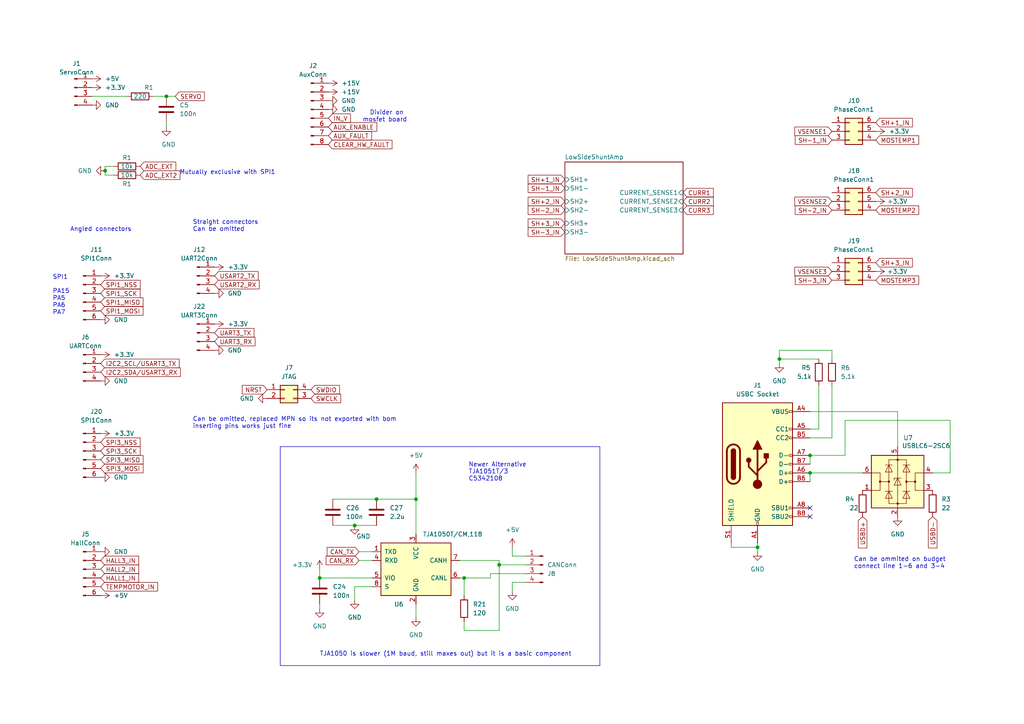
<source format=kicad_sch>
(kicad_sch (version 20230121) (generator eeschema)
  (paper "A4")
  (lib_symbols
    (symbol "Connector:Conn_01x04_Pin" (pin_names (offset 1.016) hide)
      (property "Reference" "J" (at 0 5.08 0))
      (property "Value" "Conn_01x04_Pin" (at 0 -7.62 0))
      (symbol "Conn_01x04_Pin_1_1"
        (polyline (pts (xy 1.27 -5.08) (xy 0.8636 -5.08)) (stroke (width 0.1524)))
        (polyline (pts (xy 1.27 -2.54) (xy 0.8636 -2.54)) (stroke (width 0.1524)))
        (polyline (pts (xy 1.27 0) (xy 0.8636 0)) (stroke (width 0.1524)))
        (polyline (pts (xy 1.27 2.54) (xy 0.8636 2.54)) (stroke (width 0.1524)))
        (rectangle (start 0.8636 -4.953) (end 0 -5.207) (stroke (width 0.1524)) (fill (type outline)))
        (rectangle (start 0.8636 -2.413) (end 0 -2.667) (stroke (width 0.1524)) (fill (type outline)))
        (rectangle (start 0.8636 0.127) (end 0 -0.127) (stroke (width 0.1524)) (fill (type outline)))
        (rectangle (start 0.8636 2.667) (end 0 2.413) (stroke (width 0.1524)) (fill (type outline)))
        (pin passive line (at 5.08 2.54 180) (length 3.81) (name "Pin_1") (number "1"))
        (pin passive line (at 5.08 0 180) (length 3.81) (name "Pin_2") (number "2"))
        (pin passive line (at 5.08 -2.54 180) (length 3.81) (name "Pin_3") (number "3"))
        (pin passive line (at 5.08 -5.08 180) (length 3.81) (name "Pin_4") (number "4"))
      )
    )
    (symbol "Connector:Conn_01x06_Pin" (pin_names (offset 1.016) hide)
      (property "Reference" "J" (at 0 7.62 0))
      (property "Value" "Conn_01x06_Pin" (at 0 -10.16 0))
      (symbol "Conn_01x06_Pin_1_1"
        (polyline (pts (xy 1.27 -7.62) (xy 0.8636 -7.62)) (stroke (width 0.1524)))
        (polyline (pts (xy 1.27 -5.08) (xy 0.8636 -5.08)) (stroke (width 0.1524)))
        (polyline (pts (xy 1.27 -2.54) (xy 0.8636 -2.54)) (stroke (width 0.1524)))
        (polyline (pts (xy 1.27 0) (xy 0.8636 0)) (stroke (width 0.1524)))
        (polyline (pts (xy 1.27 2.54) (xy 0.8636 2.54)) (stroke (width 0.1524)))
        (polyline (pts (xy 1.27 5.08) (xy 0.8636 5.08)) (stroke (width 0.1524)))
        (rectangle (start 0.8636 -7.493) (end 0 -7.747) (stroke (width 0.1524)) (fill (type outline)))
        (rectangle (start 0.8636 -4.953) (end 0 -5.207) (stroke (width 0.1524)) (fill (type outline)))
        (rectangle (start 0.8636 -2.413) (end 0 -2.667) (stroke (width 0.1524)) (fill (type outline)))
        (rectangle (start 0.8636 0.127) (end 0 -0.127) (stroke (width 0.1524)) (fill (type outline)))
        (rectangle (start 0.8636 2.667) (end 0 2.413) (stroke (width 0.1524)) (fill (type outline)))
        (rectangle (start 0.8636 5.207) (end 0 4.953) (stroke (width 0.1524)) (fill (type outline)))
        (pin passive line (at 5.08 5.08 180) (length 3.81) (name "Pin_1") (number "1"))
        (pin passive line (at 5.08 2.54 180) (length 3.81) (name "Pin_2") (number "2"))
        (pin passive line (at 5.08 0 180) (length 3.81) (name "Pin_3") (number "3"))
        (pin passive line (at 5.08 -2.54 180) (length 3.81) (name "Pin_4") (number "4"))
        (pin passive line (at 5.08 -5.08 180) (length 3.81) (name "Pin_5") (number "5"))
        (pin passive line (at 5.08 -7.62 180) (length 3.81) (name "Pin_6") (number "6"))
      )
    )
    (symbol "Connector:Conn_01x08_Pin" (pin_names (offset 1.016) hide)
      (property "Reference" "J" (at 0 10.16 0))
      (property "Value" "Conn_01x08_Pin" (at 0 -12.7 0))
      (symbol "Conn_01x08_Pin_1_1"
        (polyline (pts (xy 1.27 -10.16) (xy 0.8636 -10.16)) (stroke (width 0.1524)))
        (polyline (pts (xy 1.27 -7.62) (xy 0.8636 -7.62)) (stroke (width 0.1524)))
        (polyline (pts (xy 1.27 -5.08) (xy 0.8636 -5.08)) (stroke (width 0.1524)))
        (polyline (pts (xy 1.27 -2.54) (xy 0.8636 -2.54)) (stroke (width 0.1524)))
        (polyline (pts (xy 1.27 0) (xy 0.8636 0)) (stroke (width 0.1524)))
        (polyline (pts (xy 1.27 2.54) (xy 0.8636 2.54)) (stroke (width 0.1524)))
        (polyline (pts (xy 1.27 5.08) (xy 0.8636 5.08)) (stroke (width 0.1524)))
        (polyline (pts (xy 1.27 7.62) (xy 0.8636 7.62)) (stroke (width 0.1524)))
        (rectangle (start 0.8636 -10.033) (end 0 -10.287) (stroke (width 0.1524)) (fill (type outline)))
        (rectangle (start 0.8636 -7.493) (end 0 -7.747) (stroke (width 0.1524)) (fill (type outline)))
        (rectangle (start 0.8636 -4.953) (end 0 -5.207) (stroke (width 0.1524)) (fill (type outline)))
        (rectangle (start 0.8636 -2.413) (end 0 -2.667) (stroke (width 0.1524)) (fill (type outline)))
        (rectangle (start 0.8636 0.127) (end 0 -0.127) (stroke (width 0.1524)) (fill (type outline)))
        (rectangle (start 0.8636 2.667) (end 0 2.413) (stroke (width 0.1524)) (fill (type outline)))
        (rectangle (start 0.8636 5.207) (end 0 4.953) (stroke (width 0.1524)) (fill (type outline)))
        (rectangle (start 0.8636 7.747) (end 0 7.493) (stroke (width 0.1524)) (fill (type outline)))
        (pin passive line (at 5.08 7.62 180) (length 3.81) (name "Pin_1") (number "1"))
        (pin passive line (at 5.08 5.08 180) (length 3.81) (name "Pin_2") (number "2"))
        (pin passive line (at 5.08 2.54 180) (length 3.81) (name "Pin_3") (number "3"))
        (pin passive line (at 5.08 0 180) (length 3.81) (name "Pin_4") (number "4"))
        (pin passive line (at 5.08 -2.54 180) (length 3.81) (name "Pin_5") (number "5"))
        (pin passive line (at 5.08 -5.08 180) (length 3.81) (name "Pin_6") (number "6"))
        (pin passive line (at 5.08 -7.62 180) (length 3.81) (name "Pin_7") (number "7"))
        (pin passive line (at 5.08 -10.16 180) (length 3.81) (name "Pin_8") (number "8"))
      )
    )
    (symbol "Connector:USB_C_Receptacle_USB2.0" (pin_names (offset 1.016))
      (property "Reference" "J" (at -10.16 19.05 0))
      (property "Value" "USB_C_Receptacle_USB2.0" (at 19.05 19.05 0))
      (symbol "USB_C_Receptacle_USB2.0_0_0"
        (rectangle (start -0.254 -17.78) (end 0.254 -16.764))
        (rectangle (start 10.16 -14.986) (end 9.144 -15.494))
        (rectangle (start 10.16 -12.446) (end 9.144 -12.954))
        (rectangle (start 10.16 -4.826) (end 9.144 -5.334))
        (rectangle (start 10.16 -2.286) (end 9.144 -2.794))
        (rectangle (start 10.16 0.254) (end 9.144 -0.254))
        (rectangle (start 10.16 2.794) (end 9.144 2.286))
        (rectangle (start 10.16 7.874) (end 9.144 7.366))
        (rectangle (start 10.16 10.414) (end 9.144 9.906))
        (rectangle (start 10.16 15.494) (end 9.144 14.986))
      )
      (symbol "USB_C_Receptacle_USB2.0_0_1"
        (rectangle (start -10.16 17.78) (end 10.16 -17.78) (stroke (width 0.254)) (fill (type background)))
        (arc (start -8.89 -3.81) (mid -6.985 -5.7067) (end -5.08 -3.81) (stroke (width 0.508)))
        (arc (start -7.62 -3.81) (mid -6.985 -4.4423) (end -6.35 -3.81) (stroke (width 0.254)))
        (arc (start -7.62 -3.81) (mid -6.985 -4.4423) (end -6.35 -3.81) (stroke (width 0.254)) (fill (type outline)))
        (rectangle (start -7.62 -3.81) (end -6.35 3.81) (stroke (width 0.254)) (fill (type outline)))
        (arc (start -6.35 3.81) (mid -6.985 4.4423) (end -7.62 3.81) (stroke (width 0.254)))
        (arc (start -6.35 3.81) (mid -6.985 4.4423) (end -7.62 3.81) (stroke (width 0.254)) (fill (type outline)))
        (arc (start -5.08 3.81) (mid -6.985 5.7067) (end -8.89 3.81) (stroke (width 0.508)))
        (circle (center -2.54 1.143) (radius 0.635) (stroke (width 0.254)) (fill (type outline)))
        (circle (center 0 -5.842) (radius 1.27) (fill (type outline)))
        (polyline (pts (xy -8.89 -3.81) (xy -8.89 3.81)) (stroke (width 0.508)))
        (polyline (pts (xy -5.08 3.81) (xy -5.08 -3.81)) (stroke (width 0.508)))
        (polyline (pts (xy 0 -5.842) (xy 0 4.318)) (stroke (width 0.508)))
        (polyline (pts (xy 0 -3.302) (xy -2.54 -0.762) (xy -2.54 0.508)) (stroke (width 0.508)))
        (polyline (pts (xy 0 -2.032) (xy 2.54 0.508) (xy 2.54 1.778)) (stroke (width 0.508)))
        (polyline (pts (xy -1.27 4.318) (xy 0 6.858) (xy 1.27 4.318) (xy -1.27 4.318)) (stroke (width 0.254)) (fill (type outline)))
        (rectangle (start 1.905 1.778) (end 3.175 3.048) (stroke (width 0.254)) (fill (type outline)))
      )
      (symbol "USB_C_Receptacle_USB2.0_1_1"
        (pin passive line (at 0 -22.86 90) (length 5.08) (name "GND") (number "A1"))
        (pin passive line (at 0 -22.86 90) (length 5.08) hide (name "GND") (number "A12"))
        (pin passive line (at 15.24 15.24 180) (length 5.08) (name "VBUS") (number "A4"))
        (pin bidirectional line (at 15.24 10.16 180) (length 5.08) (name "CC1") (number "A5"))
        (pin bidirectional line (at 15.24 -2.54 180) (length 5.08) (name "D+") (number "A6"))
        (pin bidirectional line (at 15.24 2.54 180) (length 5.08) (name "D-") (number "A7"))
        (pin bidirectional line (at 15.24 -12.7 180) (length 5.08) (name "SBU1") (number "A8"))
        (pin passive line (at 15.24 15.24 180) (length 5.08) hide (name "VBUS") (number "A9"))
        (pin passive line (at 0 -22.86 90) (length 5.08) hide (name "GND") (number "B1"))
        (pin passive line (at 0 -22.86 90) (length 5.08) hide (name "GND") (number "B12"))
        (pin passive line (at 15.24 15.24 180) (length 5.08) hide (name "VBUS") (number "B4"))
        (pin bidirectional line (at 15.24 7.62 180) (length 5.08) (name "CC2") (number "B5"))
        (pin bidirectional line (at 15.24 -5.08 180) (length 5.08) (name "D+") (number "B6"))
        (pin bidirectional line (at 15.24 0 180) (length 5.08) (name "D-") (number "B7"))
        (pin bidirectional line (at 15.24 -15.24 180) (length 5.08) (name "SBU2") (number "B8"))
        (pin passive line (at 15.24 15.24 180) (length 5.08) hide (name "VBUS") (number "B9"))
        (pin passive line (at -7.62 -22.86 90) (length 5.08) (name "SHIELD") (number "S1"))
      )
    )
    (symbol "Connector_Generic:Conn_02x02_Counter_Clockwise" (pin_names (offset 1.016) hide)
      (property "Reference" "J" (at 1.27 2.54 0))
      (property "Value" "Conn_02x02_Counter_Clockwise" (at 1.27 -5.08 0))
      (symbol "Conn_02x02_Counter_Clockwise_1_1"
        (rectangle (start -1.27 -2.413) (end 0 -2.667) (stroke (width 0.1524)))
        (rectangle (start -1.27 0.127) (end 0 -0.127) (stroke (width 0.1524)))
        (rectangle (start -1.27 1.27) (end 3.81 -3.81) (stroke (width 0.254)) (fill (type background)))
        (rectangle (start 3.81 -2.413) (end 2.54 -2.667) (stroke (width 0.1524)))
        (rectangle (start 3.81 0.127) (end 2.54 -0.127) (stroke (width 0.1524)))
        (pin passive line (at -5.08 0 0) (length 3.81) (name "Pin_1") (number "1"))
        (pin passive line (at -5.08 -2.54 0) (length 3.81) (name "Pin_2") (number "2"))
        (pin passive line (at 7.62 -2.54 180) (length 3.81) (name "Pin_3") (number "3"))
        (pin passive line (at 7.62 0 180) (length 3.81) (name "Pin_4") (number "4"))
      )
    )
    (symbol "Connector_Generic:Conn_02x03_Counter_Clockwise" (pin_names (offset 1.016) hide)
      (property "Reference" "J" (at 1.27 5.08 0))
      (property "Value" "Conn_02x03_Counter_Clockwise" (at 1.27 -5.08 0))
      (symbol "Conn_02x03_Counter_Clockwise_1_1"
        (rectangle (start -1.27 -2.413) (end 0 -2.667) (stroke (width 0.1524)))
        (rectangle (start -1.27 0.127) (end 0 -0.127) (stroke (width 0.1524)))
        (rectangle (start -1.27 2.667) (end 0 2.413) (stroke (width 0.1524)))
        (rectangle (start -1.27 3.81) (end 3.81 -3.81) (stroke (width 0.254)) (fill (type background)))
        (rectangle (start 3.81 -2.413) (end 2.54 -2.667) (stroke (width 0.1524)))
        (rectangle (start 3.81 0.127) (end 2.54 -0.127) (stroke (width 0.1524)))
        (rectangle (start 3.81 2.667) (end 2.54 2.413) (stroke (width 0.1524)))
        (pin passive line (at -5.08 2.54 0) (length 3.81) (name "Pin_1") (number "1"))
        (pin passive line (at -5.08 0 0) (length 3.81) (name "Pin_2") (number "2"))
        (pin passive line (at -5.08 -2.54 0) (length 3.81) (name "Pin_3") (number "3"))
        (pin passive line (at 7.62 -2.54 180) (length 3.81) (name "Pin_4") (number "4"))
        (pin passive line (at 7.62 0 180) (length 3.81) (name "Pin_5") (number "5"))
        (pin passive line (at 7.62 2.54 180) (length 3.81) (name "Pin_6") (number "6"))
      )
    )
    (symbol "Device:C" (pin_numbers hide) (pin_names (offset 0.254))
      (property "Reference" "C" (at 0.635 2.54 0))
      (property "Value" "C" (at 0.635 -2.54 0))
      (symbol "C_0_1"
        (polyline (pts (xy -2.032 -0.762) (xy 2.032 -0.762)) (stroke (width 0.508)))
        (polyline (pts (xy -2.032 0.762) (xy 2.032 0.762)) (stroke (width 0.508)))
      )
      (symbol "C_1_1"
        (pin passive line (at 0 3.81 270) (length 2.794) (name "~") (number "1"))
        (pin passive line (at 0 -3.81 90) (length 2.794) (name "~") (number "2"))
      )
    )
    (symbol "Device:R" (pin_numbers hide) (pin_names (offset 0))
      (property "Reference" "R" (at 2.032 0 90))
      (property "Value" "R" (at 0 0 90))
      (symbol "R_0_1"
        (rectangle (start -1.016 -2.54) (end 1.016 2.54) (stroke (width 0.254)))
      )
      (symbol "R_1_1"
        (pin passive line (at 0 3.81 270) (length 1.27) (name "~") (number "1"))
        (pin passive line (at 0 -3.81 90) (length 1.27) (name "~") (number "2"))
      )
    )
    (symbol "Interface_CAN_LIN:TJA1051T-3" (pin_names (offset 1.016))
      (property "Reference" "U" (at -10.16 8.89 0))
      (property "Value" "TJA1051T-3" (at 1.27 8.89 0))
      (symbol "TJA1051T-3_0_1"
        (rectangle (start -10.16 7.62) (end 10.16 -7.62) (stroke (width 0.254)) (fill (type background)))
      )
      (symbol "TJA1051T-3_1_1"
        (pin input line (at -12.7 5.08 0) (length 2.54) (name "TXD") (number "1"))
        (pin power_in line (at 0 -10.16 90) (length 2.54) (name "GND") (number "2"))
        (pin power_in line (at 0 10.16 270) (length 2.54) (name "VCC") (number "3"))
        (pin output line (at -12.7 2.54 0) (length 2.54) (name "RXD") (number "4"))
        (pin power_in line (at -12.7 -2.54 0) (length 2.54) (name "VIO") (number "5"))
        (pin bidirectional line (at 12.7 -2.54 180) (length 2.54) (name "CANL") (number "6"))
        (pin bidirectional line (at 12.7 2.54 180) (length 2.54) (name "CANH") (number "7"))
        (pin input line (at -12.7 -5.08 0) (length 2.54) (name "S") (number "8"))
      )
    )
    (symbol "Power_Protection:USBLC6-2P6" (pin_names hide)
      (property "Reference" "U" (at 2.54 8.89 0))
      (property "Value" "USBLC6-2P6" (at 2.54 -8.89 0))
      (symbol "USBLC6-2P6_0_1"
        (rectangle (start -7.62 -7.62) (end 7.62 7.62) (stroke (width 0.254)) (fill (type background)))
        (circle (center -5.08 0) (radius 0.254) (fill (type outline)))
        (circle (center -2.54 0) (radius 0.254) (fill (type outline)))
        (rectangle (start -2.54 6.35) (end 2.54 -6.35))
        (circle (center 0 -6.35) (radius 0.254) (fill (type outline)))
        (polyline (pts (xy -5.08 -2.54) (xy -7.62 -2.54)))
        (polyline (pts (xy -5.08 0) (xy -5.08 -2.54)))
        (polyline (pts (xy -5.08 2.54) (xy -7.62 2.54)))
        (polyline (pts (xy -1.524 -2.794) (xy -3.556 -2.794)))
        (polyline (pts (xy -1.524 4.826) (xy -3.556 4.826)))
        (polyline (pts (xy 0 -7.62) (xy 0 -6.35)))
        (polyline (pts (xy 0 -6.35) (xy 0 1.27)))
        (polyline (pts (xy 0 1.27) (xy 0 6.35)))
        (polyline (pts (xy 0 6.35) (xy 0 7.62)))
        (polyline (pts (xy 1.524 -2.794) (xy 3.556 -2.794)))
        (polyline (pts (xy 1.524 4.826) (xy 3.556 4.826)))
        (polyline (pts (xy 5.08 -2.54) (xy 7.62 -2.54)))
        (polyline (pts (xy 5.08 0) (xy 5.08 -2.54)))
        (polyline (pts (xy 5.08 2.54) (xy 7.62 2.54)))
        (polyline (pts (xy -2.54 0) (xy -5.08 0) (xy -5.08 2.54)))
        (polyline (pts (xy 2.54 0) (xy 5.08 0) (xy 5.08 2.54)))
        (polyline (pts (xy -3.556 -4.826) (xy -1.524 -4.826) (xy -2.54 -2.794) (xy -3.556 -4.826)))
        (polyline (pts (xy -3.556 2.794) (xy -1.524 2.794) (xy -2.54 4.826) (xy -3.556 2.794)))
        (polyline (pts (xy -1.016 -1.016) (xy 1.016 -1.016) (xy 0 1.016) (xy -1.016 -1.016)))
        (polyline (pts (xy 1.016 1.016) (xy 0.762 1.016) (xy -1.016 1.016) (xy -1.016 0.508)))
        (polyline (pts (xy 3.556 -4.826) (xy 1.524 -4.826) (xy 2.54 -2.794) (xy 3.556 -4.826)))
        (polyline (pts (xy 3.556 2.794) (xy 1.524 2.794) (xy 2.54 4.826) (xy 3.556 2.794)))
        (circle (center 0 6.35) (radius 0.254) (fill (type outline)))
        (circle (center 2.54 0) (radius 0.254) (fill (type outline)))
        (circle (center 5.08 0) (radius 0.254) (fill (type outline)))
      )
      (symbol "USBLC6-2P6_1_1"
        (pin passive line (at -10.16 -2.54 0) (length 2.54) (name "I/O1") (number "1"))
        (pin passive line (at 0 -10.16 90) (length 2.54) (name "GND") (number "2"))
        (pin passive line (at 10.16 -2.54 180) (length 2.54) (name "I/O2") (number "3"))
        (pin passive line (at 10.16 2.54 180) (length 2.54) (name "I/O2") (number "4"))
        (pin passive line (at 0 10.16 270) (length 2.54) (name "VBUS") (number "5"))
        (pin passive line (at -10.16 2.54 0) (length 2.54) (name "I/O1") (number "6"))
      )
    )
    (symbol "power:+15V" (power) (pin_names (offset 0))
      (property "Value" "+15V" (at 0 3.556 0))
      (symbol "+15V_0_1"
        (polyline (pts (xy -0.762 1.27) (xy 0 2.54)))
        (polyline (pts (xy 0 0) (xy 0 2.54)))
        (polyline (pts (xy 0 2.54) (xy 0.762 1.27)))
      )
      (symbol "+15V_1_1"
        (pin power_in line (at 0 0 90) (length 0) hide (name "+15V") (number "1"))
      )
    )
    (symbol "power:+3.3V" (power) (pin_names (offset 0))
      (property "Value" "+3.3V" (at 0 3.556 0))
      (symbol "+3.3V_0_1"
        (polyline (pts (xy -0.762 1.27) (xy 0 2.54)))
        (polyline (pts (xy 0 0) (xy 0 2.54)))
        (polyline (pts (xy 0 2.54) (xy 0.762 1.27)))
      )
      (symbol "+3.3V_1_1"
        (pin power_in line (at 0 0 90) (length 0) hide (name "+3.3V") (number "1"))
      )
    )
    (symbol "power:+5V" (power) (pin_names (offset 0))
      (property "Value" "+5V" (at 0 3.556 0))
      (symbol "+5V_0_1"
        (polyline (pts (xy -0.762 1.27) (xy 0 2.54)))
        (polyline (pts (xy 0 0) (xy 0 2.54)))
        (polyline (pts (xy 0 2.54) (xy 0.762 1.27)))
      )
      (symbol "+5V_1_1"
        (pin power_in line (at 0 0 90) (length 0) hide (name "+5V") (number "1"))
      )
    )
    (symbol "power:GND" (power) (pin_names (offset 0))
      (property "Value" "GND" (at 0 -3.81 0))
      (symbol "GND_0_1"
        (polyline (pts (xy 0 0) (xy 0 -1.27) (xy 1.27 -1.27) (xy 0 -2.54) (xy -1.27 -1.27) (xy 0 -1.27)))
      )
      (symbol "GND_1_1"
        (pin power_in line (at 0 0 270) (length 0) hide (name "GND") (number "1"))
      )
    )
  )
  (junction (at 92.71 167.64))
  (junction (at 30.48 49.53))
  (junction (at 102.87 152.4))
  (junction (at 234.95 132.08))
  (junction (at 120.65 144.78))
  (junction (at 134.62 167.64))
  (junction (at 219.71 158.75))
  (junction (at 226.06 104.14))
  (junction (at 48.26 27.94))
  (junction (at 109.22 144.78))
  (junction (at 144.78 163.83))
  (junction (at 234.95 137.16))
  (no_connect (at 234.95 149.86))
  (no_connect (at 234.95 147.32))
  (wire (pts (xy 48.26 27.94) (xy 50.8 27.94)))
  (wire (pts (xy 120.65 137.16) (xy 120.65 144.78)))
  (wire (pts (xy 219.71 158.75) (xy 219.71 160.02)))
  (wire (pts (xy 92.71 165.1) (xy 92.71 167.64)))
  (wire (pts (xy 134.62 167.64) (xy 142.24 167.64)))
  (wire (pts (xy 245.11 121.92) (xy 245.11 132.08)))
  (wire (pts (xy 134.62 182.88) (xy 144.78 182.88)))
  (wire (pts (xy 241.3 101.6) (xy 226.06 101.6)))
  (wire (pts (xy 120.65 175.26) (xy 120.65 179.07)))
  (wire (pts (xy 260.35 119.38) (xy 234.95 119.38)))
  (wire (pts (xy 120.65 144.78) (xy 120.65 154.94)))
  (wire (pts (xy 241.3 104.14) (xy 241.3 101.6)))
  (wire (pts (xy 234.95 127) (xy 241.3 127)))
  (wire (pts (xy 133.35 167.64) (xy 134.62 167.64)))
  (wire (pts (xy 270.51 137.16) (xy 275.59 137.16)))
  (wire (pts (xy 234.95 124.46) (xy 237.49 124.46)))
  (wire (pts (xy 134.62 167.64) (xy 134.62 172.72)))
  (wire (pts (xy 30.48 48.26) (xy 30.48 49.53)))
  (wire (pts (xy 142.24 166.37) (xy 142.24 167.64)))
  (wire (pts (xy 226.06 101.6) (xy 226.06 104.14)))
  (wire (pts (xy 234.95 137.16) (xy 234.95 139.7)))
  (wire (pts (xy 241.3 127) (xy 241.3 111.76)))
  (wire (pts (xy 152.4 166.37) (xy 142.24 166.37)))
  (wire (pts (xy 152.4 161.29) (xy 148.59 161.29)))
  (wire (pts (xy 260.35 129.54) (xy 260.35 119.38)))
  (wire (pts (xy 144.78 162.56) (xy 144.78 163.83)))
  (wire (pts (xy 104.14 162.56) (xy 107.95 162.56)))
  (wire (pts (xy 152.4 168.91) (xy 148.59 168.91)))
  (wire (pts (xy 234.95 132.08) (xy 234.95 134.62)))
  (wire (pts (xy 109.22 144.78) (xy 120.65 144.78)))
  (wire (pts (xy 133.35 162.56) (xy 144.78 162.56)))
  (wire (pts (xy 33.02 48.26) (xy 30.48 48.26)))
  (wire (pts (xy 92.71 175.26) (xy 92.71 176.53)))
  (wire (pts (xy 212.09 158.75) (xy 219.71 158.75)))
  (wire (pts (xy 96.52 144.78) (xy 109.22 144.78)))
  (wire (pts (xy 245.11 132.08) (xy 234.95 132.08)))
  (wire (pts (xy 275.59 121.92) (xy 245.11 121.92)))
  (wire (pts (xy 104.14 160.02) (xy 107.95 160.02)))
  (wire (pts (xy 107.95 170.18) (xy 102.87 170.18)))
  (wire (pts (xy 144.78 163.83) (xy 152.4 163.83)))
  (wire (pts (xy 48.26 35.56) (xy 48.26 36.83)))
  (wire (pts (xy 148.59 161.29) (xy 148.59 158.75)))
  (wire (pts (xy 26.67 27.94) (xy 36.83 27.94)))
  (wire (pts (xy 134.62 180.34) (xy 134.62 182.88)))
  (wire (pts (xy 237.49 104.14) (xy 226.06 104.14)))
  (wire (pts (xy 96.52 152.4) (xy 102.87 152.4)))
  (wire (pts (xy 30.48 50.8) (xy 30.48 49.53)))
  (wire (pts (xy 237.49 124.46) (xy 237.49 111.76)))
  (wire (pts (xy 212.09 157.48) (xy 212.09 158.75)))
  (wire (pts (xy 33.02 50.8) (xy 30.48 50.8)))
  (wire (pts (xy 144.78 163.83) (xy 144.78 182.88)))
  (wire (pts (xy 234.95 137.16) (xy 250.19 137.16)))
  (wire (pts (xy 102.87 152.4) (xy 109.22 152.4)))
  (wire (pts (xy 226.06 104.14) (xy 226.06 105.41)))
  (wire (pts (xy 44.45 27.94) (xy 48.26 27.94)))
  (wire (pts (xy 102.87 170.18) (xy 102.87 173.99)))
  (wire (pts (xy 275.59 121.92) (xy 275.59 137.16)))
  (wire (pts (xy 148.59 168.91) (xy 148.59 171.45)))
  (wire (pts (xy 92.71 167.64) (xy 107.95 167.64)))
  (wire (pts (xy 219.71 157.48) (xy 219.71 158.75)))
  (rectangle (start 81.28 129.54) (end 173.99 193.04))
  (text "Can be omitted, replaced MPN so its not exported with bom\ninserting pins works just fine" (at 55.88 124.46 0) (effects (font (size 1.27 1.27)) (justify left bottom)))
  (text "TJA1050 is slower (1M baud, still maxes out) but it is a basic component" (at 92.71 190.5 0) (effects (font (size 1.27 1.27)) (justify left bottom)))
  (text "Angled connectors" (at 20.32 67.31 0) (effects (font (size 1.27 1.27)) (justify left bottom)))
  (text "Divider on \nmosfet board" (at 118.11 35.56 0) (effects (font (size 1.27 1.27)) (justify right bottom)))
  (text "SPI1\n\nPA15\nPA5\nPA6\nPA7" (at 15.24 91.44 0) (effects (font (size 1.27 1.27)) (justify left bottom)))
  (text "Mutually exclusive with SPI1" (at 52.07 50.8 0) (effects (font (size 1.27 1.27)) (justify left bottom)))
  (text "Can be ommited on budget\nconnect line 1-6 and 3-4" (at 247.65 165.1 0) (effects (font (size 1.27 1.27)) (justify left bottom)))
  (text "Newer Alternative\nTJA1051T/3\nC5342108" (at 135.89 139.7 0) (effects (font (size 1.27 1.27)) (justify left bottom)))
  (text "Straight connectors\nCan be omitted" (at 55.88 67.31 0) (effects (font (size 1.27 1.27)) (justify left bottom)))
  (global_label "USART2_TX" (shape input) (at 62.23 80.01 0) (property "Intersheetrefs" "${INTERSHEET_REFS}" (effects hide)))
  (global_label "I2C2_SCL{slash}USART3_TX" (shape input) (at 29.21 105.41 0) (property "Intersheetrefs" "${INTERSHEET_REFS}" (effects hide)))
  (global_label "SH-2_IN" (shape input) (at 163.83 60.96 180) (property "Intersheetrefs" "${INTERSHEET_REFS}" (effects hide)))
  (global_label "SPI3_NSS" (shape input) (at 29.21 128.27 0) (property "Intersheetrefs" "${INTERSHEET_REFS}" (effects hide)))
  (global_label "SH+3_IN" (shape input) (at 254 76.2 0) (property "Intersheetrefs" "${INTERSHEET_REFS}" (effects hide)))
  (global_label "TEMPMOTOR_IN" (shape input) (at 29.21 170.18 0) (property "Intersheetrefs" "${INTERSHEET_REFS}" (effects hide)))
  (global_label "SH+1_IN" (shape input) (at 254 35.56 0) (property "Intersheetrefs" "${INTERSHEET_REFS}" (effects hide)))
  (global_label "SPI1_SCK" (shape input) (at 29.21 85.09 0) (property "Intersheetrefs" "${INTERSHEET_REFS}" (effects hide)))
  (global_label "SPI1_MISO" (shape input) (at 29.21 87.63 0) (property "Intersheetrefs" "${INTERSHEET_REFS}" (effects hide)))
  (global_label "SH-2_IN" (shape input) (at 241.3 60.96 180) (property "Intersheetrefs" "${INTERSHEET_REFS}" (effects hide)))
  (global_label "MOSTEMP2" (shape input) (at 254 60.96 0) (property "Intersheetrefs" "${INTERSHEET_REFS}" (effects hide)))
  (global_label "USART2_RX" (shape input) (at 62.23 82.55 0) (property "Intersheetrefs" "${INTERSHEET_REFS}" (effects hide)))
  (global_label "ADC_EXT" (shape input) (at 40.64 48.26 0) (property "Intersheetrefs" "${INTERSHEET_REFS}" (effects hide)))
  (global_label "SH-1_IN" (shape input) (at 241.3 40.64 180) (property "Intersheetrefs" "${INTERSHEET_REFS}" (effects hide)))
  (global_label "SH+3_IN" (shape input) (at 163.83 64.77 180) (property "Intersheetrefs" "${INTERSHEET_REFS}" (effects hide)))
  (global_label "SPI1_NSS" (shape input) (at 29.21 82.55 0) (property "Intersheetrefs" "${INTERSHEET_REFS}" (effects hide)))
  (global_label "CURR2" (shape input) (at 198.12 58.42 0) (property "Intersheetrefs" "${INTERSHEET_REFS}" (effects hide)))
  (global_label "SH-3_IN" (shape input) (at 163.83 67.31 180) (property "Intersheetrefs" "${INTERSHEET_REFS}" (effects hide)))
  (global_label "SH+2_IN" (shape input) (at 163.83 58.42 180) (property "Intersheetrefs" "${INTERSHEET_REFS}" (effects hide)))
  (global_label "SPI3_MOSI" (shape input) (at 29.21 135.89 0) (property "Intersheetrefs" "${INTERSHEET_REFS}" (effects hide)))
  (global_label "UART3_TX" (shape input) (at 62.23 96.52 0) (property "Intersheetrefs" "${INTERSHEET_REFS}" (effects hide)))
  (global_label "NRST" (shape input) (at 77.47 113.03 180) (property "Intersheetrefs" "${INTERSHEET_REFS}" (effects hide)))
  (global_label "AUX_FAULT" (shape input) (at 95.25 39.37 0) (property "Intersheetrefs" "${INTERSHEET_REFS}" (effects hide)))
  (global_label "CURR3" (shape input) (at 198.12 60.96 0) (property "Intersheetrefs" "${INTERSHEET_REFS}" (effects hide)))
  (global_label "CURR1" (shape input) (at 198.12 55.88 0) (property "Intersheetrefs" "${INTERSHEET_REFS}" (effects hide)))
  (global_label "MOSTEMP1" (shape input) (at 254 40.64 0) (property "Intersheetrefs" "${INTERSHEET_REFS}" (effects hide)))
  (global_label "USBD-" (shape input) (at 270.51 149.86 270) (property "Intersheetrefs" "${INTERSHEET_REFS}" (effects hide)))
  (global_label "SWCLK" (shape input) (at 90.17 115.57 0) (property "Intersheetrefs" "${INTERSHEET_REFS}" (effects hide)))
  (global_label "HALL3_IN" (shape input) (at 29.21 162.56 0) (property "Intersheetrefs" "${INTERSHEET_REFS}" (effects hide)))
  (global_label "CAN_TX" (shape input) (at 104.14 160.02 180) (property "Intersheetrefs" "${INTERSHEET_REFS}" (effects hide)))
  (global_label "CAN_RX" (shape input) (at 104.14 162.56 180) (property "Intersheetrefs" "${INTERSHEET_REFS}" (effects hide)))
  (global_label "ADC_EXT2" (shape input) (at 40.64 50.8 0) (property "Intersheetrefs" "${INTERSHEET_REFS}" (effects hide)))
  (global_label "CLEAR_HW_FAULT" (shape input) (at 95.25 41.91 0) (property "Intersheetrefs" "${INTERSHEET_REFS}" (effects hide)))
  (global_label "SH-1_IN" (shape input) (at 163.83 54.61 180) (property "Intersheetrefs" "${INTERSHEET_REFS}" (effects hide)))
  (global_label "IN_V" (shape input) (at 95.25 34.29 0) (property "Intersheetrefs" "${INTERSHEET_REFS}" (effects hide)))
  (global_label "MOSTEMP3" (shape input) (at 254 81.28 0) (property "Intersheetrefs" "${INTERSHEET_REFS}" (effects hide)))
  (global_label "HALL2_IN" (shape input) (at 29.21 165.1 0) (property "Intersheetrefs" "${INTERSHEET_REFS}" (effects hide)))
  (global_label "SPI1_MOSI" (shape input) (at 29.21 90.17 0) (property "Intersheetrefs" "${INTERSHEET_REFS}" (effects hide)))
  (global_label "VSENSE1" (shape input) (at 241.3 38.1 180) (property "Intersheetrefs" "${INTERSHEET_REFS}" (effects hide)))
  (global_label "VSENSE2" (shape input) (at 241.3 58.42 180) (property "Intersheetrefs" "${INTERSHEET_REFS}" (effects hide)))
  (global_label "HALL1_IN" (shape input) (at 29.21 167.64 0) (property "Intersheetrefs" "${INTERSHEET_REFS}" (effects hide)))
  (global_label "UART3_RX" (shape input) (at 62.23 99.06 0) (property "Intersheetrefs" "${INTERSHEET_REFS}" (effects hide)))
  (global_label "SPI3_MISO" (shape input) (at 29.21 133.35 0) (property "Intersheetrefs" "${INTERSHEET_REFS}" (effects hide)))
  (global_label "I2C2_SDA{slash}USART3_RX" (shape input) (at 29.21 107.95 0) (property "Intersheetrefs" "${INTERSHEET_REFS}" (effects hide)))
  (global_label "SWDIO" (shape input) (at 90.17 113.03 0) (property "Intersheetrefs" "${INTERSHEET_REFS}" (effects hide)))
  (global_label "SH+1_IN" (shape input) (at 163.83 52.07 180) (property "Intersheetrefs" "${INTERSHEET_REFS}" (effects hide)))
  (global_label "SH-3_IN" (shape input) (at 241.3 81.28 180) (property "Intersheetrefs" "${INTERSHEET_REFS}" (effects hide)))
  (global_label "USBD+" (shape input) (at 250.19 149.86 270) (property "Intersheetrefs" "${INTERSHEET_REFS}" (effects hide)))
  (global_label "SH+2_IN" (shape input) (at 254 55.88 0) (property "Intersheetrefs" "${INTERSHEET_REFS}" (effects hide)))
  (global_label "SERVO" (shape input) (at 50.8 27.94 0) (property "Intersheetrefs" "${INTERSHEET_REFS}" (effects hide)))
  (global_label "VSENSE3" (shape input) (at 241.3 78.74 180) (property "Intersheetrefs" "${INTERSHEET_REFS}" (effects hide)))
  (global_label "AUX_ENABLE" (shape input) (at 95.25 36.83 0) (property "Intersheetrefs" "${INTERSHEET_REFS}" (effects hide)))
  (global_label "SPI3_SCK" (shape input) (at 29.21 130.81 0) (property "Intersheetrefs" "${INTERSHEET_REFS}" (effects hide)))
  (symbol (lib_id "power:+5V") (at 120.65 137.16 0) (unit 1)
    (property "Reference" "#PWR053" (effects hide))
    (property "Value" "+5V" (at 120.65 132.08 0))
  )
  (symbol (lib_id "power:GND") (at 102.87 173.99 0) (unit 1)
    (property "Reference" "#PWR010" (effects hide))
    (property "Value" "GND" (at 102.87 179.07 0))
    (instances (project "DevKit" (path "" (reference "#PWR010") (unit 1)) (path "" (reference "#PWR052") (unit 1))))
  )
  (symbol (lib_id "Connector:Conn_01x04_Pin") (at 57.15 80.01 0) (unit 1)
    (property "Reference" "J12" (at 57.785 72.39 0))
    (property "Value" "UART2Conn" (at 57.785 74.93 0))
    (property "Footprint" "Connector_JST:JST_PH_B4B-PH-K_1x04_P2.00mm_Vertical" (effects hide))
    (property "MPN" "C131334" (effects hide))
    (property "JLCPosOffset" "-3,0" (effects hide))
    (property "JLCRotOffset" "180" (effects hide))
  )
  (symbol (lib_id "power:+3.3V") (at 92.71 165.1 0) (unit 1)
    (property "Reference" "#PWR06" (effects hide))
    (property "Value" "+3.3V" (at 87.63 163.83 0))
    (instances (project "DevKit" (path "" (reference "#PWR06") (unit 1)) (path "" (reference "#PWR047") (unit 1))))
  )
  (symbol (lib_id "Device:R") (at 36.83 50.8 270) (unit 1)
    (property "Reference" "R1" (at 36.83 53.34 90))
    (property "Value" "10k" (at 36.83 50.8 90))
    (property "Footprint" "Resistor_SMD:R_0603_1608Metric" (effects hide))
    (property "MPN" "C25804" (effects hide))
    (instances (project "DevKit" (path "" (reference "R1") (unit 1)) (path "" (reference "R15") (unit 1))))
  )
  (symbol (lib_id "power:+3.3V") (at 29.21 102.87 270) (unit 1)
    (property "Reference" "#PWR03" (effects hide))
    (property "Value" "+3.3V" (at 33.02 102.87 90) (effects (justify left)))
    (instances (project "DevKit" (path "" (reference "#PWR03") (unit 1)) (path "" (reference "#PWR0103") (unit 1))))
  )
  (symbol (lib_id "Connector:Conn_01x06_Pin") (at 24.13 130.81 0) (unit 1)
    (property "Reference" "J20" (at 27.94 119.38 0))
    (property "Value" "SPI1Conn" (at 27.94 121.92 0))
    (property "Footprint" "Connector_JST:JST_PH_S6B-PH-K_1x06_P2.00mm_Horizontal" (effects hide))
    (property "MPN" "C157920" (effects hide))
    (property "JLCPosOffset" "5,0" (effects hide))
    (property "JLCRotOffset" "0" (effects hide))
  )
  (symbol (lib_id "power:GND") (at 48.26 36.83 0) (unit 1)
    (property "Reference" "#PWR08" (effects hide))
    (property "Value" "GND" (at 48.895 41.91 0))
    (instances (project "DevKit" (path "" (reference "#PWR08") (unit 1)) (path "" (reference "#PWR045") (unit 1))))
  )
  (symbol (lib_id "Device:C") (at 48.26 31.75 0) (unit 1)
    (property "Reference" "C5" (at 52.07 30.48 0) (effects (justify left)))
    (property "Value" "100n" (at 52.07 33.02 0) (effects (justify left)))
    (property "Footprint" "GigaVescLibs:C_0603_1608Metric_L" (effects hide))
    (property "MPN" "C14663" (effects hide))
    (instances (project "DevKit" (path "" (reference "C5") (unit 1)) (path "" (reference "C23") (unit 1))))
  )
  (symbol (lib_id "power:GND") (at 29.21 138.43 90) (unit 1)
    (property "Reference" "#PWR08" (effects hide))
    (property "Value" "GND" (at 33.02 138.43 90) (effects (justify right)))
    (instances (project "DevKit" (path "" (reference "#PWR08") (unit 1)) (path "" (reference "#PWR0138") (unit 1))))
  )
  (symbol (lib_id "power:+5V") (at 26.67 22.86 270) (unit 1)
    (property "Reference" "#PWR036" (effects hide))
    (property "Value" "+5V" (at 30.48 22.86 90) (effects (justify left)))
  )
  (symbol (lib_id "Connector:USB_C_Receptacle_USB2.0") (at 219.71 134.62 0) (unit 1)
    (property "Reference" "J1" (at 219.71 111.76 0))
    (property "Value" "USBC Socket" (at 219.71 114.3 0))
    (property "Footprint" "Connector_USB:USB_C_Receptacle_GCT_USB4105-xx-A_16P_TopMnt_Horizontal" (effects hide))
    (property "Datasheet" "https://www.usb.org/sites/default/files/documents/usb_type-c.zip" (effects hide))
    (property "MPN" "C2765186" (effects hide))
    (property "JLCPosOffset" "0,1.27" (effects hide))
    (instances (project "DevKit" (path "" (reference "J1") (unit 1)) (path "" (reference "J9") (unit 1))))
  )
  (symbol (lib_id "Device:R") (at 40.64 27.94 90) (unit 1)
    (property "Reference" "R1" (at 43.18 25.4 90))
    (property "Value" "220" (at 40.64 27.94 90))
    (property "Footprint" "Resistor_SMD:R_0603_1608Metric" (effects hide))
    (property "MPN" "C22962" (effects hide))
    (instances (project "DevKit" (path "" (reference "R1") (unit 1)) (path "" (reference "R13") (unit 1))))
  )
  (symbol (lib_id "power:GND") (at 120.65 179.07 0) (unit 1)
    (property "Reference" "#PWR010" (effects hide))
    (property "Value" "GND" (at 120.65 184.15 0))
    (instances (project "DevKit" (path "" (reference "#PWR010") (unit 1)) (path "" (reference "#PWR054") (unit 1))))
  )
  (symbol (lib_id "power:GND") (at 29.21 110.49 90) (unit 1)
    (property "Reference" "#PWR08" (effects hide))
    (property "Value" "GND" (at 33.02 110.49 90) (effects (justify right)))
    (instances (project "DevKit" (path "" (reference "#PWR08") (unit 1)) (path "" (reference "#PWR0102") (unit 1))))
  )
  (symbol (lib_id "power:+3.3V") (at 29.21 80.01 270) (unit 1)
    (property "Reference" "#PWR03" (effects hide))
    (property "Value" "+3.3V" (at 33.02 80.01 90) (effects (justify left)))
    (instances (project "DevKit" (path "" (reference "#PWR03") (unit 1)) (path "" (reference "#PWR038") (unit 1))))
  )
  (symbol (lib_id "Device:R") (at 241.3 107.95 0) (unit 1)
    (property "Reference" "R6" (at 243.84 106.68 0) (effects (justify left)))
    (property "Value" "5.1k" (at 243.84 109.22 0) (effects (justify left)))
    (property "Footprint" "Resistor_SMD:R_0603_1608Metric" (effects hide))
    (property "MPN" "C23186" (effects hide))
    (instances (project "DevKit" (path "" (reference "R6") (unit 1)) (path "" (reference "R23") (unit 1))))
  )
  (symbol (lib_id "power:GND") (at 92.71 176.53 0) (unit 1)
    (property "Reference" "#PWR010" (effects hide))
    (property "Value" "GND" (at 92.71 181.61 0))
    (instances (project "DevKit" (path "" (reference "#PWR010") (unit 1)) (path "" (reference "#PWR048") (unit 1))))
  )
  (symbol (lib_id "power:GND") (at 95.25 29.21 90) (unit 1)
    (property "Reference" "#PWR011" (effects hide))
    (property "Value" "GND" (at 99.06 29.21 90) (effects (justify right)))
    (instances (project "DevKit" (path "" (reference "#PWR011") (unit 1)) (path "" (reference "#PWR062") (unit 1))))
  )
  (symbol (lib_id "power:+5V") (at 29.21 172.72 270) (unit 1)
    (property "Reference" "#PWR050" (effects hide))
    (property "Value" "+5V" (at 33.02 172.72 90) (effects (justify left)))
  )
  (symbol (lib_id "power:GND") (at 219.71 160.02 0) (unit 1)
    (property "Reference" "#PWR010" (effects hide))
    (property "Value" "GND" (at 219.71 165.1 0))
    (instances (project "DevKit" (path "" (reference "#PWR010") (unit 1)) (path "" (reference "#PWR063") (unit 1))))
  )
  (symbol (lib_id "Device:C") (at 96.52 148.59 0) (unit 1)
    (property "Reference" "C26" (at 100.33 147.32 0) (effects (justify left)))
    (property "Value" "100n" (at 100.33 149.86 0) (effects (justify left)))
    (property "Footprint" "GigaVescLibs:C_0603_1608Metric_L" (effects hide))
    (property "MPN" "C14663" (effects hide))
  )
  (symbol (lib_id "Device:R") (at 36.83 48.26 90) (unit 1)
    (property "Reference" "R1" (at 36.83 45.72 90))
    (property "Value" "10k" (at 36.83 48.26 90))
    (property "Footprint" "Resistor_SMD:R_0603_1608Metric" (effects hide))
    (property "MPN" "C25804" (effects hide))
    (instances (project "DevKit" (path "" (reference "R1") (unit 1)) (path "" (reference "R14") (unit 1))))
  )
  (symbol (lib_id "power:+15V") (at 95.25 26.67 270) (mirror x) (unit 1)
    (property "Reference" "#PWR056" (effects hide))
    (property "Value" "+15V" (at 99.06 26.67 90) (effects (justify left)))
  )
  (symbol (lib_id "Device:C") (at 92.71 171.45 0) (unit 1)
    (property "Reference" "C24" (at 96.52 170.18 0) (effects (justify left)))
    (property "Value" "100n" (at 96.52 172.72 0) (effects (justify left)))
    (property "Footprint" "GigaVescLibs:C_0603_1608Metric_L" (effects hide))
    (property "MPN" "C14663" (effects hide))
  )
  (symbol (lib_id "Device:R") (at 270.51 146.05 0) (unit 1)
    (property "Reference" "R3" (at 273.05 144.78 0) (effects (justify left)))
    (property "Value" "22" (at 273.05 147.32 0) (effects (justify left)))
    (property "Footprint" "Resistor_SMD:R_0603_1608Metric" (effects hide))
    (property "MPN" "C23345" (effects hide))
    (instances (project "DevKit" (path "" (reference "R3") (unit 1)) (path "" (reference "R25") (unit 1))))
  )
  (symbol (lib_id "power:GND") (at 26.67 30.48 90) (unit 1)
    (property "Reference" "#PWR08" (effects hide))
    (property "Value" "GND" (at 30.48 30.48 90) (effects (justify right)))
    (instances (project "DevKit" (path "" (reference "#PWR08") (unit 1)) (path "" (reference "#PWR035") (unit 1))))
  )
  (symbol (lib_id "power:GND") (at 77.47 115.57 270) (unit 1)
    (property "Reference" "#PWR07" (effects hide))
    (property "Value" "GND" (at 73.66 115.57 90) (effects (justify right)))
    (instances (project "DevKit" (path "" (reference "#PWR07") (unit 1)) (path "" (reference "#PWR042") (unit 1))))
  )
  (symbol (lib_id "Connector_Generic:Conn_02x02_Counter_Clockwise") (at 82.55 113.03 0) (unit 1)
    (property "Reference" "J7" (at 83.82 106.68 0))
    (property "Value" "JTAG" (at 83.82 109.22 0))
    (property "Footprint" "Connector_PinHeader_2.54mm:PinHeader_2x02_P2.54mm_Vertical" (effects hide))
    (property "MPNx" "C2685136" (effects hide))
    (property "JLCRotOffset" "-90" (effects hide))
    (property "JLCPosOffset" "1.27,1.27" (effects hide))
  )
  (symbol (lib_id "power:+3.3V") (at 254 38.1 270) (unit 1)
    (property "Reference" "#PWR054" (effects hide))
    (property "Value" "+3.3V" (at 257.81 38.1 90) (effects (justify left)))
    (instances (project "GigaVescDrivers" (path "" (reference "#PWR054") (unit 1))) (project "DevKit" (path "" (reference "#PWR0115") (unit 1))))
  )
  (symbol (lib_id "Interface_CAN_LIN:TJA1051T-3") (at 120.65 165.1 0) (unit 1)
    (property "Reference" "U6" (at 114.3 175.26 0) (effects (justify left)))
    (property "Value" "TJA1050T/CM,118" (at 122.6059 154.94 0) (effects (justify left)))
    (property "Footprint" "Package_SO:SOP-8_3.9x4.9mm_P1.27mm" (effects hide))
    (property "Datasheet" "http://www.nxp.com/documents/data_sheet/TJA1051.pdf" (effects hide))
    (property "MPN" "C6952" (effects hide))
    (property "JLCRotOffset" "-90" (effects hide))
  )
  (symbol (lib_id "power:GND") (at 102.87 152.4 0) (unit 1)
    (property "Reference" "#PWR010" (effects hide))
    (property "Value" "GND" (at 105.41 155.575 0))
    (instances (project "DevKit" (path "" (reference "#PWR010") (unit 1)) (path "" (reference "#PWR037") (unit 1))))
  )
  (symbol (lib_id "power:+15V") (at 95.25 24.13 270) (mirror x) (unit 1)
    (property "Reference" "#PWR083" (effects hide))
    (property "Value" "+15V" (at 99.06 24.13 90) (effects (justify left)))
  )
  (symbol (lib_id "power:GND") (at 260.35 149.86 0) (unit 1)
    (property "Reference" "#PWR09" (effects hide))
    (property "Value" "GND" (at 260.35 154.94 0))
    (instances (project "DevKit" (path "" (reference "#PWR09") (unit 1)) (path "" (reference "#PWR065") (unit 1))))
  )
  (symbol (lib_id "Connector:Conn_01x08_Pin") (at 90.17 31.75 0) (unit 1)
    (property "Reference" "J2" (at 90.805 19.05 0))
    (property "Value" "AuxConn" (at 90.805 21.59 0))
    (property "Footprint" "Connector_JST:JST_PH_S8B-PH-K_1x08_P2.00mm_Horizontal" (effects hide))
    (property "MPN" "C157915" (effects hide))
    (property "JLCRotOffset" "-180" (effects hide))
    (property "JLCPosOffset" "-7,0" (effects hide))
  )
  (symbol (lib_id "power:GND") (at 95.25 31.75 90) (unit 1)
    (property "Reference" "#PWR011" (effects hide))
    (property "Value" "GND" (at 99.06 31.75 90) (effects (justify right)))
    (instances (project "DevKit" (path "" (reference "#PWR011") (unit 1)) (path "" (reference "#PWR060") (unit 1))))
  )
  (symbol (lib_id "power:GND") (at 148.59 171.45 0) (unit 1)
    (property "Reference" "#PWR010" (effects hide))
    (property "Value" "GND" (at 148.59 176.53 0))
    (instances (project "DevKit" (path "" (reference "#PWR010") (unit 1)) (path "" (reference "#PWR058") (unit 1))))
  )
  (symbol (lib_id "power:GND") (at 226.06 105.41 0) (unit 1)
    (property "Reference" "#PWR011" (effects hide))
    (property "Value" "GND" (at 226.06 110.49 0))
    (instances (project "DevKit" (path "" (reference "#PWR011") (unit 1)) (path "" (reference "#PWR064") (unit 1))))
  )
  (symbol (lib_id "power:GND") (at 29.21 92.71 90) (unit 1)
    (property "Reference" "#PWR08" (effects hide))
    (property "Value" "GND" (at 33.02 92.71 90) (effects (justify right)))
    (instances (project "DevKit" (path "" (reference "#PWR08") (unit 1)) (path "" (reference "#PWR041") (unit 1))))
  )
  (symbol (lib_id "Connector:Conn_01x06_Pin") (at 24.13 85.09 0) (unit 1)
    (property "Reference" "J11" (at 27.94 72.39 0))
    (property "Value" "SPI1Conn" (at 27.94 74.93 0))
    (property "Footprint" "Connector_JST:JST_PH_S6B-PH-K_1x06_P2.00mm_Horizontal" (effects hide))
    (property "MPN" "C157920" (effects hide))
    (property "JLCPosOffset" "5,0" (effects hide))
    (property "JLCRotOffset" "0" (effects hide))
  )
  (symbol (lib_id "Connector:Conn_01x06_Pin") (at 24.13 165.1 0) (unit 1)
    (property "Reference" "J5" (at 24.765 154.94 0))
    (property "Value" "HallConn" (at 24.765 157.48 0))
    (property "Footprint" "Connector_JST:JST_PH_S6B-PH-K_1x06_P2.00mm_Horizontal" (effects hide))
    (property "MPN" "C157920" (effects hide))
    (property "JLCPosOffset" "5,0" (effects hide))
    (property "JLCRotOffset" "0" (effects hide))
  )
  (symbol (lib_id "power:+3.3V") (at 62.23 77.47 270) (unit 1)
    (property "Reference" "#PWR03" (effects hide))
    (property "Value" "+3.3V" (at 66.04 77.47 90) (effects (justify left)))
    (instances (project "DevKit" (path "" (reference "#PWR03") (unit 1)) (path "" (reference "#PWR0141") (unit 1))))
  )
  (symbol (lib_id "Connector:Conn_01x04_Pin") (at 157.48 163.83 0) (mirror y) (unit 1)
    (property "Reference" "J8" (at 158.75 166.37 0) (effects (justify right)))
    (property "Value" "CANConn" (at 158.75 163.83 0) (effects (justify right)))
    (property "Footprint" "Connector_JST:JST_PH_S4B-PH-K_1x04_P2.00mm_Horizontal" (effects hide))
    (property "MPN" "C157926" (effects hide))
    (property "JLCPosOffset" "3,0" (effects hide))
    (property "JLCRotOffset" "0" (effects hide))
  )
  (symbol (lib_id "power:+3.3V") (at 26.67 25.4 270) (unit 1)
    (property "Reference" "#PWR03" (effects hide))
    (property "Value" "+3.3V" (at 30.48 25.4 90) (effects (justify left)))
    (instances (project "DevKit" (path "" (reference "#PWR03") (unit 1)) (path "" (reference "#PWR043") (unit 1))))
  )
  (symbol (lib_id "power:GND") (at 62.23 85.09 90) (unit 1)
    (property "Reference" "#PWR08" (effects hide))
    (property "Value" "GND" (at 66.04 85.09 90) (effects (justify right)))
    (instances (project "DevKit" (path "" (reference "#PWR08") (unit 1)) (path "" (reference "#PWR0140") (unit 1))))
  )
  (symbol (lib_id "Connector:Conn_01x04_Pin") (at 57.15 96.52 0) (unit 1)
    (property "Reference" "J22" (at 57.785 88.9 0))
    (property "Value" "UART3Conn" (at 57.785 91.44 0))
    (property "Footprint" "Connector_JST:JST_PH_B4B-PH-K_1x04_P2.00mm_Vertical" (effects hide))
    (property "MPN" "C131334" (effects hide))
    (property "JLCPosOffset" "-3,0" (effects hide))
    (property "JLCRotOffset" "180" (effects hide))
  )
  (symbol (lib_id "Device:R") (at 134.62 176.53 0) (unit 1)
    (property "Reference" "R21" (at 137.16 175.26 0) (effects (justify left)))
    (property "Value" "120" (at 137.16 177.8 0) (effects (justify left)))
    (property "Footprint" "Resistor_SMD:R_0603_1608Metric" (effects hide))
    (property "MPN" "C22787" (effects hide))
  )
  (symbol (lib_id "Connector:Conn_01x04_Pin") (at 21.59 25.4 0) (unit 1)
    (property "Reference" "J1" (at 22.225 18.415 0))
    (property "Value" "ServoConn" (at 22.225 20.955 0))
    (property "Footprint" "Connector_JST:JST_PH_S4B-PH-K_1x04_P2.00mm_Horizontal" (effects hide))
    (property "MPN" "C157926" (effects hide))
    (property "JLCPosOffset" "3,0" (effects hide))
    (property "JLCRotOffset" "0" (effects hide))
  )
  (symbol (lib_id "Connector_Generic:Conn_02x03_Counter_Clockwise") (at 246.38 78.74 0) (unit 1)
    (property "Reference" "J19" (at 247.65 69.85 0))
    (property "Value" "PhaseConn1" (at 247.65 72.39 0))
    (property "Footprint" "Connector_PinHeader_2.54mm:PinHeader_2x03_P2.54mm_Vertical_SMD" (effects hide))
    (property "MPN" "C780054" (effects hide))
  )
  (symbol (lib_id "power:GND") (at 62.23 101.6 90) (unit 1)
    (property "Reference" "#PWR08" (effects hide))
    (property "Value" "GND" (at 66.04 101.6 90) (effects (justify right)))
    (instances (project "DevKit" (path "" (reference "#PWR08") (unit 1)) (path "" (reference "#PWR0142") (unit 1))))
  )
  (symbol (lib_id "Power_Protection:USBLC6-2P6") (at 260.35 139.7 0) (unit 1)
    (property "Reference" "U7" (at 262.0011 127 0) (effects (justify left)))
    (property "Value" "\nUSBLC6-2SC6" (at 261.62 128.27 0) (effects (justify left)))
    (property "Footprint" "Package_TO_SOT_SMD:SOT-23-6" (effects hide))
    (property "Datasheet" "https://www.st.com/resource/en/datasheet/usblc6-2.pdf" (effects hide))
    (property "MPN" "C2827654" (effects hide))
    (property "JLCRotOffset" "-90" (effects hide))
  )
  (symbol (lib_id "power:+5V") (at 148.59 158.75 0) (unit 1)
    (property "Reference" "#PWR057" (effects hide))
    (property "Value" "+5V" (at 148.59 153.67 0))
  )
  (symbol (lib_id "Connector_Generic:Conn_02x03_Counter_Clockwise") (at 246.38 38.1 0) (unit 1)
    (property "Reference" "J10" (at 247.65 29.21 0))
    (property "Value" "PhaseConn1" (at 247.65 31.75 0))
    (property "Footprint" "Connector_PinHeader_2.54mm:PinHeader_2x03_P2.54mm_Vertical_SMD" (effects hide))
    (property "MPN" "C780054" (effects hide))
  )
  (symbol (lib_id "power:+3.3V") (at 62.23 93.98 270) (unit 1)
    (property "Reference" "#PWR03" (effects hide))
    (property "Value" "+3.3V" (at 66.04 93.98 90) (effects (justify left)))
    (instances (project "DevKit" (path "" (reference "#PWR03") (unit 1)) (path "" (reference "#PWR0143") (unit 1))))
  )
  (symbol (lib_id "Device:R") (at 250.19 146.05 0) (unit 1)
    (property "Reference" "R4" (at 245.11 144.78 0) (effects (justify left)))
    (property "Value" "22" (at 246.38 147.32 0) (effects (justify left)))
    (property "Footprint" "Resistor_SMD:R_0603_1608Metric" (effects hide))
    (property "MPN" "C23345" (effects hide))
    (instances (project "DevKit" (path "" (reference "R4") (unit 1)) (path "" (reference "R24") (unit 1))))
  )
  (symbol (lib_id "power:+3.3V") (at 254 58.42 270) (unit 1)
    (property "Reference" "#PWR055" (effects hide))
    (property "Value" "+3.3V" (at 257.302 58.42 90) (effects (justify left)))
    (instances (project "GigaVescDrivers" (path "" (reference "#PWR055") (unit 1))) (project "DevKit" (path "" (reference "#PWR0117") (unit 1))))
  )
  (symbol (lib_id "Connector:Conn_01x04_Pin") (at 24.13 105.41 0) (unit 1)
    (property "Reference" "J6" (at 24.765 97.79 0))
    (property "Value" "UARTConn" (at 24.765 100.33 0))
    (property "Footprint" "Connector_JST:JST_PH_S4B-PH-K_1x04_P2.00mm_Horizontal" (effects hide))
    (property "MPN" "C157926" (effects hide))
    (property "JLCPosOffset" "3,0" (effects hide))
    (property "JLCRotOffset" "0" (effects hide))
  )
  (symbol (lib_id "Device:C") (at 109.22 148.59 0) (unit 1)
    (property "Reference" "C27" (at 113.03 147.32 0) (effects (justify left)))
    (property "Value" "2.2u" (at 113.03 149.86 0) (effects (justify left)))
    (property "Footprint" "GigaVescLibs:C_0603_1608Metric_L" (effects hide))
    (property "MPN" "C23630" (effects hide))
  )
  (symbol (lib_id "power:+3.3V") (at 254 78.74 270) (unit 1)
    (property "Reference" "#PWR057" (effects hide))
    (property "Value" "+3.3V" (at 257.302 78.74 90) (effects (justify left)))
    (instances (project "GigaVescDrivers" (path "" (reference "#PWR057") (unit 1))) (project "DevKit" (path "" (reference "#PWR0119") (unit 1))))
  )
  (symbol (lib_id "Connector_Generic:Conn_02x03_Counter_Clockwise") (at 246.38 58.42 0) (unit 1)
    (property "Reference" "J18" (at 247.65 49.53 0))
    (property "Value" "PhaseConn1" (at 247.65 52.07 0))
    (property "Footprint" "Connector_PinHeader_2.54mm:PinHeader_2x03_P2.54mm_Vertical_SMD" (effects hide))
    (property "MPN" "C780054" (effects hide))
  )
  (symbol (lib_id "power:GND") (at 30.48 49.53 270) (unit 1)
    (property "Reference" "#PWR08" (effects hide))
    (property "Value" "GND" (at 26.67 49.53 90) (effects (justify right)))
    (instances (project "DevKit" (path "" (reference "#PWR08") (unit 1)) (path "" (reference "#PWR044") (unit 1))))
  )
  (symbol (lib_id "power:+3.3V") (at 29.21 125.73 270) (unit 1)
    (property "Reference" "#PWR03" (effects hide))
    (property "Value" "+3.3V" (at 33.02 125.73 90) (effects (justify left)))
    (instances (project "DevKit" (path "" (reference "#PWR03") (unit 1)) (path "" (reference "#PWR0139") (unit 1))))
  )
  (symbol (lib_id "Device:R") (at 237.49 107.95 0) (unit 1)
    (property "Reference" "R5" (at 232.41 106.68 0) (effects (justify left)))
    (property "Value" "5.1k" (at 231.14 109.22 0) (effects (justify left)))
    (property "Footprint" "Resistor_SMD:R_0603_1608Metric" (effects hide))
    (property "MPN" "C23186" (effects hide))
    (instances (project "DevKit" (path "" (reference "R5") (unit 1)) (path "" (reference "R22") (unit 1))))
  )
  (symbol (lib_id "power:GND") (at 29.21 160.02 90) (unit 1)
    (property "Reference" "#PWR08" (effects hide))
    (property "Value" "GND" (at 33.02 160.02 90) (effects (justify right)))
    (instances (project "DevKit" (path "" (reference "#PWR08") (unit 1)) (path "" (reference "#PWR051") (unit 1))))
  )
  (sheet (at 163.83 46.99) (size 34.29 26.67) (stroke (width 0.1524))
    (property "Sheetname" "LowSideShuntAmp" (at 163.83 46.2784 0) (effects (justify left bottom)))
    (property "Sheetfile" "LowSideShuntAmp.kicad_sch" (at 163.83 74.2446 0) (effects (justify left top)))
    (pin "CURRENT_SENSE3" input (at 198.12 60.96 0))
    (pin "CURRENT_SENSE1" input (at 198.12 55.88 0))
    (pin "CURRENT_SENSE2" input (at 198.12 58.42 0))
    (pin "SH2+" input (at 163.83 58.42 180))
    (pin "SH1-" input (at 163.83 54.61 180))
    (pin "SH2-" input (at 163.83 60.96 180))
    (pin "SH3-" input (at 163.83 67.31 180))
    (pin "SH3+" input (at 163.83 64.77 180))
    (pin "SH1+" input (at 163.83 52.07 180))
  )
)
</source>
